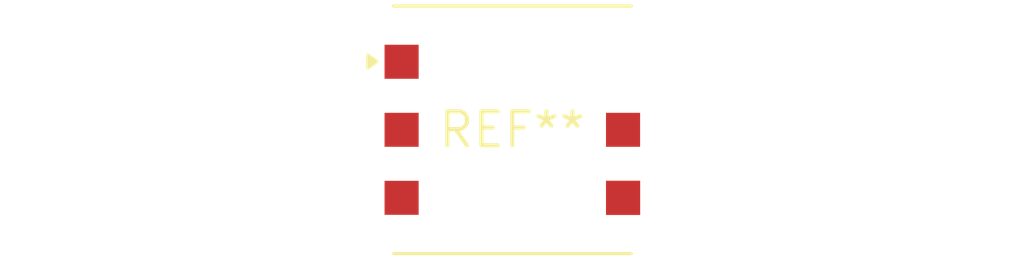
<source format=kicad_pcb>
(kicad_pcb (version 20240108) (generator pcbnew)
  (layers (0 "F.Cu" signal) (31 "B.Cu" signal) (34 "B.Paste" user) (35 "F.Paste" user) (36 "B.SilkS" user "B.Silkscreen") (37 "F.SilkS" user "F.Silkscreen") (38 "B.Mask" user) (39 "F.Mask" user) (44 "Edge.Cuts" user))
  (net 0 "")
  (footprint "Pulse_PA2002NL-PA2008NL-PA2009NL" (layer "F.Cu") (at 0 0)
    (property "Reference" "REF**")
    (property "Value" "Pulse_PA2002NL-PA2008NL-PA2009NL")
    (fp_line (start -4.43 -4.62) (end 4.43 -4.62) (layer "F.SilkS") (stroke (width 0.12)))
    (fp_line (start -4.43 4.62) (end 4.43 4.62) (layer "F.SilkS") (stroke (width 0.12)))
    (fp_poly (pts (xy -5.05 -2.55) (xy -5.38 -2.31) (xy -5.38 -2.79) (xy -5.05 -2.55)) (layer "F.SilkS") (stroke (width 0.12)) (fill solid))
    (pad "1" smd rect (at -4.125 -2.54) (size 1.27 1.27) (layers "F.Cu" "F.Paste" "F.Mask"))
    (pad "2" smd rect (at -4.125 0) (size 1.27 1.27) (layers "F.Cu" "F.Paste" "F.Mask"))
    (pad "3" smd rect (at -4.125 2.54) (size 1.27 1.27) (layers "F.Cu" "F.Paste" "F.Mask"))
    (pad "4" smd rect (at 4.125 2.54) (size 1.27 1.27) (layers "F.Cu" "F.Paste" "F.Mask"))
    (pad "5" smd rect (at 4.125 0) (size 1.27 1.27) (layers "F.Cu" "F.Paste" "F.Mask"))
    (pad "6" smd rect (at 4.125 2.54) (size 1.27 1.27) (layers "F.Cu" "F.Paste" "F.Mask"))
  )
)
</source>
